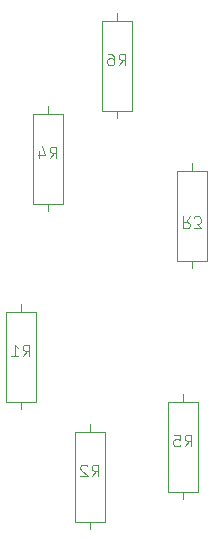
<source format=gbr>
%TF.GenerationSoftware,KiCad,Pcbnew,8.0.2-1*%
%TF.CreationDate,2024-08-04T09:43:41-04:00*%
%TF.ProjectId,stack_controller,73746163-6b5f-4636-9f6e-74726f6c6c65,rev?*%
%TF.SameCoordinates,Original*%
%TF.FileFunction,Legend,Bot*%
%TF.FilePolarity,Positive*%
%FSLAX46Y46*%
G04 Gerber Fmt 4.6, Leading zero omitted, Abs format (unit mm)*
G04 Created by KiCad (PCBNEW 8.0.2-1) date 2024-08-04 09:43:41*
%MOMM*%
%LPD*%
G01*
G04 APERTURE LIST*
%ADD10C,0.100000*%
G04 APERTURE END LIST*
D10*
X59523333Y-141266580D02*
X59190000Y-141742771D01*
X58951905Y-141266580D02*
X58951905Y-142266580D01*
X58951905Y-142266580D02*
X59332857Y-142266580D01*
X59332857Y-142266580D02*
X59428095Y-142218961D01*
X59428095Y-142218961D02*
X59475714Y-142171342D01*
X59475714Y-142171342D02*
X59523333Y-142076104D01*
X59523333Y-142076104D02*
X59523333Y-141933247D01*
X59523333Y-141933247D02*
X59475714Y-141838009D01*
X59475714Y-141838009D02*
X59428095Y-141790390D01*
X59428095Y-141790390D02*
X59332857Y-141742771D01*
X59332857Y-141742771D02*
X58951905Y-141742771D01*
X59856667Y-142266580D02*
X60475714Y-142266580D01*
X60475714Y-142266580D02*
X60142381Y-141885628D01*
X60142381Y-141885628D02*
X60285238Y-141885628D01*
X60285238Y-141885628D02*
X60380476Y-141838009D01*
X60380476Y-141838009D02*
X60428095Y-141790390D01*
X60428095Y-141790390D02*
X60475714Y-141695152D01*
X60475714Y-141695152D02*
X60475714Y-141457057D01*
X60475714Y-141457057D02*
X60428095Y-141361819D01*
X60428095Y-141361819D02*
X60380476Y-141314200D01*
X60380476Y-141314200D02*
X60285238Y-141266580D01*
X60285238Y-141266580D02*
X59999524Y-141266580D01*
X59999524Y-141266580D02*
X59904286Y-141314200D01*
X59904286Y-141314200D02*
X59856667Y-141361819D01*
X59094666Y-160739419D02*
X59427999Y-160263228D01*
X59666094Y-160739419D02*
X59666094Y-159739419D01*
X59666094Y-159739419D02*
X59285142Y-159739419D01*
X59285142Y-159739419D02*
X59189904Y-159787038D01*
X59189904Y-159787038D02*
X59142285Y-159834657D01*
X59142285Y-159834657D02*
X59094666Y-159929895D01*
X59094666Y-159929895D02*
X59094666Y-160072752D01*
X59094666Y-160072752D02*
X59142285Y-160167990D01*
X59142285Y-160167990D02*
X59189904Y-160215609D01*
X59189904Y-160215609D02*
X59285142Y-160263228D01*
X59285142Y-160263228D02*
X59666094Y-160263228D01*
X58189904Y-159739419D02*
X58666094Y-159739419D01*
X58666094Y-159739419D02*
X58713713Y-160215609D01*
X58713713Y-160215609D02*
X58666094Y-160167990D01*
X58666094Y-160167990D02*
X58570856Y-160120371D01*
X58570856Y-160120371D02*
X58332761Y-160120371D01*
X58332761Y-160120371D02*
X58237523Y-160167990D01*
X58237523Y-160167990D02*
X58189904Y-160215609D01*
X58189904Y-160215609D02*
X58142285Y-160310847D01*
X58142285Y-160310847D02*
X58142285Y-160548942D01*
X58142285Y-160548942D02*
X58189904Y-160644180D01*
X58189904Y-160644180D02*
X58237523Y-160691800D01*
X58237523Y-160691800D02*
X58332761Y-160739419D01*
X58332761Y-160739419D02*
X58570856Y-160739419D01*
X58570856Y-160739419D02*
X58666094Y-160691800D01*
X58666094Y-160691800D02*
X58713713Y-160644180D01*
X51220666Y-163279419D02*
X51553999Y-162803228D01*
X51792094Y-163279419D02*
X51792094Y-162279419D01*
X51792094Y-162279419D02*
X51411142Y-162279419D01*
X51411142Y-162279419D02*
X51315904Y-162327038D01*
X51315904Y-162327038D02*
X51268285Y-162374657D01*
X51268285Y-162374657D02*
X51220666Y-162469895D01*
X51220666Y-162469895D02*
X51220666Y-162612752D01*
X51220666Y-162612752D02*
X51268285Y-162707990D01*
X51268285Y-162707990D02*
X51315904Y-162755609D01*
X51315904Y-162755609D02*
X51411142Y-162803228D01*
X51411142Y-162803228D02*
X51792094Y-162803228D01*
X50839713Y-162374657D02*
X50792094Y-162327038D01*
X50792094Y-162327038D02*
X50696856Y-162279419D01*
X50696856Y-162279419D02*
X50458761Y-162279419D01*
X50458761Y-162279419D02*
X50363523Y-162327038D01*
X50363523Y-162327038D02*
X50315904Y-162374657D01*
X50315904Y-162374657D02*
X50268285Y-162469895D01*
X50268285Y-162469895D02*
X50268285Y-162565133D01*
X50268285Y-162565133D02*
X50315904Y-162707990D01*
X50315904Y-162707990D02*
X50887332Y-163279419D01*
X50887332Y-163279419D02*
X50268285Y-163279419D01*
X53506666Y-128481419D02*
X53839999Y-128005228D01*
X54078094Y-128481419D02*
X54078094Y-127481419D01*
X54078094Y-127481419D02*
X53697142Y-127481419D01*
X53697142Y-127481419D02*
X53601904Y-127529038D01*
X53601904Y-127529038D02*
X53554285Y-127576657D01*
X53554285Y-127576657D02*
X53506666Y-127671895D01*
X53506666Y-127671895D02*
X53506666Y-127814752D01*
X53506666Y-127814752D02*
X53554285Y-127909990D01*
X53554285Y-127909990D02*
X53601904Y-127957609D01*
X53601904Y-127957609D02*
X53697142Y-128005228D01*
X53697142Y-128005228D02*
X54078094Y-128005228D01*
X52649523Y-127481419D02*
X52839999Y-127481419D01*
X52839999Y-127481419D02*
X52935237Y-127529038D01*
X52935237Y-127529038D02*
X52982856Y-127576657D01*
X52982856Y-127576657D02*
X53078094Y-127719514D01*
X53078094Y-127719514D02*
X53125713Y-127909990D01*
X53125713Y-127909990D02*
X53125713Y-128290942D01*
X53125713Y-128290942D02*
X53078094Y-128386180D01*
X53078094Y-128386180D02*
X53030475Y-128433800D01*
X53030475Y-128433800D02*
X52935237Y-128481419D01*
X52935237Y-128481419D02*
X52744761Y-128481419D01*
X52744761Y-128481419D02*
X52649523Y-128433800D01*
X52649523Y-128433800D02*
X52601904Y-128386180D01*
X52601904Y-128386180D02*
X52554285Y-128290942D01*
X52554285Y-128290942D02*
X52554285Y-128052847D01*
X52554285Y-128052847D02*
X52601904Y-127957609D01*
X52601904Y-127957609D02*
X52649523Y-127909990D01*
X52649523Y-127909990D02*
X52744761Y-127862371D01*
X52744761Y-127862371D02*
X52935237Y-127862371D01*
X52935237Y-127862371D02*
X53030475Y-127909990D01*
X53030475Y-127909990D02*
X53078094Y-127957609D01*
X53078094Y-127957609D02*
X53125713Y-128052847D01*
X45378666Y-153119419D02*
X45711999Y-152643228D01*
X45950094Y-153119419D02*
X45950094Y-152119419D01*
X45950094Y-152119419D02*
X45569142Y-152119419D01*
X45569142Y-152119419D02*
X45473904Y-152167038D01*
X45473904Y-152167038D02*
X45426285Y-152214657D01*
X45426285Y-152214657D02*
X45378666Y-152309895D01*
X45378666Y-152309895D02*
X45378666Y-152452752D01*
X45378666Y-152452752D02*
X45426285Y-152547990D01*
X45426285Y-152547990D02*
X45473904Y-152595609D01*
X45473904Y-152595609D02*
X45569142Y-152643228D01*
X45569142Y-152643228D02*
X45950094Y-152643228D01*
X44426285Y-153119419D02*
X44997713Y-153119419D01*
X44711999Y-153119419D02*
X44711999Y-152119419D01*
X44711999Y-152119419D02*
X44807237Y-152262276D01*
X44807237Y-152262276D02*
X44902475Y-152357514D01*
X44902475Y-152357514D02*
X44997713Y-152405133D01*
X47664666Y-136355419D02*
X47997999Y-135879228D01*
X48236094Y-136355419D02*
X48236094Y-135355419D01*
X48236094Y-135355419D02*
X47855142Y-135355419D01*
X47855142Y-135355419D02*
X47759904Y-135403038D01*
X47759904Y-135403038D02*
X47712285Y-135450657D01*
X47712285Y-135450657D02*
X47664666Y-135545895D01*
X47664666Y-135545895D02*
X47664666Y-135688752D01*
X47664666Y-135688752D02*
X47712285Y-135783990D01*
X47712285Y-135783990D02*
X47759904Y-135831609D01*
X47759904Y-135831609D02*
X47855142Y-135879228D01*
X47855142Y-135879228D02*
X48236094Y-135879228D01*
X46807523Y-135688752D02*
X46807523Y-136355419D01*
X47045618Y-135307800D02*
X47283713Y-136022085D01*
X47283713Y-136022085D02*
X46664666Y-136022085D01*
%TO.C,R3*%
X59690000Y-137414000D02*
X59690000Y-136779000D01*
X59690000Y-145669000D02*
X59690000Y-145034000D01*
X60960000Y-137414000D02*
X58420000Y-137414000D01*
X58420000Y-145034000D01*
X60960000Y-145034000D01*
X60960000Y-137414000D01*
%TO.C,R5*%
X58928000Y-156337000D02*
X58928000Y-156972000D01*
X58928000Y-164592000D02*
X58928000Y-165227000D01*
X57658000Y-164592000D02*
X60198000Y-164592000D01*
X60198000Y-156972000D01*
X57658000Y-156972000D01*
X57658000Y-164592000D01*
%TO.C,R2*%
X51054000Y-158877000D02*
X51054000Y-159512000D01*
X51054000Y-167132000D02*
X51054000Y-167767000D01*
X49784000Y-167132000D02*
X52324000Y-167132000D01*
X52324000Y-159512000D01*
X49784000Y-159512000D01*
X49784000Y-167132000D01*
%TO.C,R6*%
X53340000Y-124079000D02*
X53340000Y-124714000D01*
X53340000Y-132334000D02*
X53340000Y-132969000D01*
X52070000Y-132334000D02*
X54610000Y-132334000D01*
X54610000Y-124714000D01*
X52070000Y-124714000D01*
X52070000Y-132334000D01*
%TO.C,R1*%
X45212000Y-148717000D02*
X45212000Y-149352000D01*
X45212000Y-156972000D02*
X45212000Y-157607000D01*
X43942000Y-156972000D02*
X46482000Y-156972000D01*
X46482000Y-149352000D01*
X43942000Y-149352000D01*
X43942000Y-156972000D01*
%TO.C,R4*%
X47498000Y-131953000D02*
X47498000Y-132588000D01*
X47498000Y-140208000D02*
X47498000Y-140843000D01*
X46228000Y-140208000D02*
X48768000Y-140208000D01*
X48768000Y-132588000D01*
X46228000Y-132588000D01*
X46228000Y-140208000D01*
%TD*%
M02*

</source>
